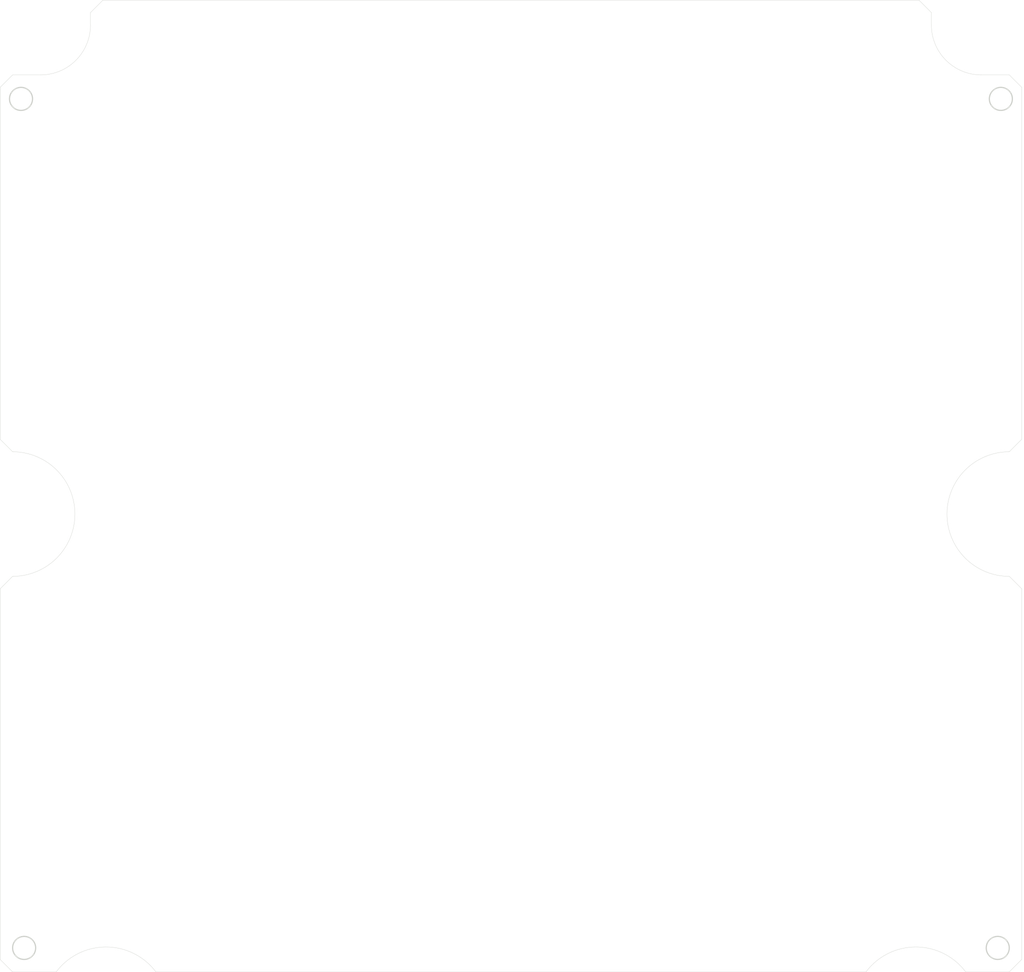
<source format=kicad_pcb>
(kicad_pcb (version 20221018) (generator pcbnew)
  (title_block (title "hellen-hyundai-pb-154") (date "2023-04-20") (rev "a"))
  (layers (0 "F.Cu" signal) (1 "In1.Cu" signal) (2 "In2.Cu" signal) (31 "B.Cu" signal) (34 "B.Paste" user) (35 "F.Paste" user) (36 "B.SilkS" user "B.Silkscreen") (37 "F.SilkS" user "F.Silkscreen") (38 "B.Mask" user) (39 "F.Mask" user) (44 "Edge.Cuts" user))
  (net 0 "")
  (footprint "rusefi_lib:Off_Road_Disclaimer" (layer "F.Cu") (at 257.5 190)
    (fp_text reference "G2" hide)
    (fp_text value "DISCLAIMER" hide)
  )
  (gr_line (start 264 68) (end 262 66) (stroke (width 0.05)) (layer "Edge.Cuts"))
  (gr_line (start 100 208) (end 100 148.5) (stroke (width 0.05)) (layer "Edge.Cuts"))
  (gr_arc (start 102 126.5) (mid 112 136.5) (end 102 146.5) (stroke (width 0.05)) (layer "Edge.Cuts"))
  (gr_arc (start 109 210) (mid 117 206) (end 125 210) (stroke (width 0.05)) (layer "Edge.Cuts"))
  (gr_line (start 247.5 54) (end 249.5 56) (stroke (width 0.05)) (layer "Edge.Cuts"))
  (gr_line (start 116.5 54) (end 114.5 56) (stroke (width 0.05)) (layer "Edge.Cuts"))
  (gr_line (start 262 210) (end 264 208) (stroke (width 0.05)) (layer "Edge.Cuts"))
  (gr_circle (center 103.35 69.85) (end 105.2 69.85) (stroke (width 0.2)) (fill none) (layer "Edge.Cuts"))
  (gr_line (start 257.5 66) (end 262 66) (stroke (width 0.05)) (layer "Edge.Cuts"))
  (gr_line (start 100 68) (end 102 66) (stroke (width 0.05)) (layer "Edge.Cuts"))
  (gr_line (start 262 210) (end 255 210) (stroke (width 0.05)) (layer "Edge.Cuts"))
  (gr_line (start 249.5 58) (end 249.5 56) (stroke (width 0.05)) (layer "Edge.Cuts"))
  (gr_line (start 264 124.5) (end 264 68) (stroke (width 0.05)) (layer "Edge.Cuts"))
  (gr_arc (start 239 210) (mid 247 206) (end 255 210) (stroke (width 0.05)) (layer "Edge.Cuts"))
  (gr_circle (center 103.85 206.15) (end 105.7 206.15) (stroke (width 0.2)) (fill none) (layer "Edge.Cuts"))
  (gr_line (start 100 124.5) (end 100 68) (stroke (width 0.05)) (layer "Edge.Cuts"))
  (gr_arc (start 262 146.5) (mid 252 136.5) (end 262 126.5) (stroke (width 0.05)) (layer "Edge.Cuts"))
  (gr_line (start 100 148.5) (end 102 146.5) (stroke (width 0.05)) (layer "Edge.Cuts"))
  (gr_line (start 102 210) (end 100 208) (stroke (width 0.05)) (layer "Edge.Cuts"))
  (gr_line (start 106.5 66) (end 102 66) (stroke (width 0.05)) (layer "Edge.Cuts"))
  (gr_line (start 262 126.5) (end 264 124.5) (stroke (width 0.05)) (layer "Edge.Cuts"))
  (gr_line (start 114.5 58) (end 114.5 56) (stroke (width 0.05)) (layer "Edge.Cuts"))
  (gr_line (start 102 210) (end 109 210) (stroke (width 0.05)) (layer "Edge.Cuts"))
  (gr_arc (start 257.5 66) (mid 251.843146 63.656854) (end 249.5 58) (stroke (width 0.05)) (layer "Edge.Cuts"))
  (gr_line (start 264 148.5) (end 262 146.5) (stroke (width 0.05)) (layer "Edge.Cuts"))
  (gr_line (start 239 210) (end 125 210) (stroke (width 0.05)) (layer "Edge.Cuts"))
  (gr_circle (center 260.65 69.85) (end 258.8 69.85) (stroke (width 0.2)) (fill none) (layer "Edge.Cuts"))
  (gr_line (start 102 126.5) (end 100 124.5) (stroke (width 0.05)) (layer "Edge.Cuts"))
  (gr_circle (center 260.15 206.15) (end 258.3 206.15) (stroke (width 0.2)) (fill none) (layer "Edge.Cuts"))
  (gr_arc (start 114.5 58) (mid 112.156854 63.656854) (end 106.5 66) (stroke (width 0.05)) (layer "Edge.Cuts"))
  (gr_line (start 116.5 54) (end 247.5 54) (stroke (width 0.05)) (layer "Edge.Cuts"))
  (gr_line (start 264 208) (end 264 148.5) (stroke (width 0.05)) (layer "Edge.Cuts"))
)
</source>
